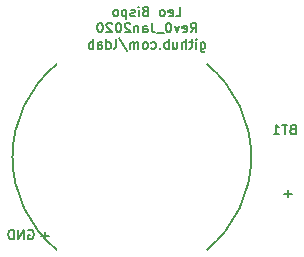
<source format=gbr>
G04 #@! TF.GenerationSoftware,KiCad,Pcbnew,(5.1.4)-1*
G04 #@! TF.CreationDate,2020-01-29T15:42:18+01:00*
G04 #@! TF.ProjectId,BLE-node,424c452d-6e6f-4646-952e-6b696361645f,rev?*
G04 #@! TF.SameCoordinates,Original*
G04 #@! TF.FileFunction,Legend,Bot*
G04 #@! TF.FilePolarity,Positive*
%FSLAX46Y46*%
G04 Gerber Fmt 4.6, Leading zero omitted, Abs format (unit mm)*
G04 Created by KiCad (PCBNEW (5.1.4)-1) date 2020-01-29 15:42:18*
%MOMM*%
%LPD*%
G04 APERTURE LIST*
%ADD10C,0.152400*%
G04 APERTURE END LIST*
D10*
X131978400Y-74942095D02*
X132365447Y-74942095D01*
X132365447Y-74129295D01*
X131397828Y-74903390D02*
X131475238Y-74942095D01*
X131630057Y-74942095D01*
X131707466Y-74903390D01*
X131746171Y-74825980D01*
X131746171Y-74516342D01*
X131707466Y-74438933D01*
X131630057Y-74400228D01*
X131475238Y-74400228D01*
X131397828Y-74438933D01*
X131359123Y-74516342D01*
X131359123Y-74593752D01*
X131746171Y-74671161D01*
X130894666Y-74942095D02*
X130972076Y-74903390D01*
X131010780Y-74864685D01*
X131049485Y-74787276D01*
X131049485Y-74555047D01*
X131010780Y-74477638D01*
X130972076Y-74438933D01*
X130894666Y-74400228D01*
X130778552Y-74400228D01*
X130701142Y-74438933D01*
X130662438Y-74477638D01*
X130623733Y-74555047D01*
X130623733Y-74787276D01*
X130662438Y-74864685D01*
X130701142Y-74903390D01*
X130778552Y-74942095D01*
X130894666Y-74942095D01*
X129385180Y-74516342D02*
X129269066Y-74555047D01*
X129230361Y-74593752D01*
X129191657Y-74671161D01*
X129191657Y-74787276D01*
X129230361Y-74864685D01*
X129269066Y-74903390D01*
X129346476Y-74942095D01*
X129656114Y-74942095D01*
X129656114Y-74129295D01*
X129385180Y-74129295D01*
X129307771Y-74168000D01*
X129269066Y-74206704D01*
X129230361Y-74284114D01*
X129230361Y-74361523D01*
X129269066Y-74438933D01*
X129307771Y-74477638D01*
X129385180Y-74516342D01*
X129656114Y-74516342D01*
X128843314Y-74942095D02*
X128843314Y-74400228D01*
X128843314Y-74129295D02*
X128882019Y-74168000D01*
X128843314Y-74206704D01*
X128804609Y-74168000D01*
X128843314Y-74129295D01*
X128843314Y-74206704D01*
X128494971Y-74903390D02*
X128417561Y-74942095D01*
X128262742Y-74942095D01*
X128185333Y-74903390D01*
X128146628Y-74825980D01*
X128146628Y-74787276D01*
X128185333Y-74709866D01*
X128262742Y-74671161D01*
X128378857Y-74671161D01*
X128456266Y-74632457D01*
X128494971Y-74555047D01*
X128494971Y-74516342D01*
X128456266Y-74438933D01*
X128378857Y-74400228D01*
X128262742Y-74400228D01*
X128185333Y-74438933D01*
X127798285Y-74400228D02*
X127798285Y-75213028D01*
X127798285Y-74438933D02*
X127720876Y-74400228D01*
X127566057Y-74400228D01*
X127488647Y-74438933D01*
X127449942Y-74477638D01*
X127411238Y-74555047D01*
X127411238Y-74787276D01*
X127449942Y-74864685D01*
X127488647Y-74903390D01*
X127566057Y-74942095D01*
X127720876Y-74942095D01*
X127798285Y-74903390D01*
X126946780Y-74942095D02*
X127024190Y-74903390D01*
X127062895Y-74864685D01*
X127101600Y-74787276D01*
X127101600Y-74555047D01*
X127062895Y-74477638D01*
X127024190Y-74438933D01*
X126946780Y-74400228D01*
X126830666Y-74400228D01*
X126753257Y-74438933D01*
X126714552Y-74477638D01*
X126675847Y-74555047D01*
X126675847Y-74787276D01*
X126714552Y-74864685D01*
X126753257Y-74903390D01*
X126830666Y-74942095D01*
X126946780Y-74942095D01*
X133236304Y-76313695D02*
X133507238Y-75926647D01*
X133700761Y-76313695D02*
X133700761Y-75500895D01*
X133391123Y-75500895D01*
X133313714Y-75539600D01*
X133275009Y-75578304D01*
X133236304Y-75655714D01*
X133236304Y-75771828D01*
X133275009Y-75849238D01*
X133313714Y-75887942D01*
X133391123Y-75926647D01*
X133700761Y-75926647D01*
X132578323Y-76274990D02*
X132655733Y-76313695D01*
X132810552Y-76313695D01*
X132887961Y-76274990D01*
X132926666Y-76197580D01*
X132926666Y-75887942D01*
X132887961Y-75810533D01*
X132810552Y-75771828D01*
X132655733Y-75771828D01*
X132578323Y-75810533D01*
X132539619Y-75887942D01*
X132539619Y-75965352D01*
X132926666Y-76042761D01*
X132268685Y-75771828D02*
X132075161Y-76313695D01*
X131881638Y-75771828D01*
X131417180Y-75500895D02*
X131339771Y-75500895D01*
X131262361Y-75539600D01*
X131223657Y-75578304D01*
X131184952Y-75655714D01*
X131146247Y-75810533D01*
X131146247Y-76004057D01*
X131184952Y-76158876D01*
X131223657Y-76236285D01*
X131262361Y-76274990D01*
X131339771Y-76313695D01*
X131417180Y-76313695D01*
X131494590Y-76274990D01*
X131533295Y-76236285D01*
X131572000Y-76158876D01*
X131610704Y-76004057D01*
X131610704Y-75810533D01*
X131572000Y-75655714D01*
X131533295Y-75578304D01*
X131494590Y-75539600D01*
X131417180Y-75500895D01*
X130991428Y-76391104D02*
X130372152Y-76391104D01*
X129946400Y-75500895D02*
X129946400Y-76081466D01*
X129985104Y-76197580D01*
X130062514Y-76274990D01*
X130178628Y-76313695D01*
X130256038Y-76313695D01*
X129211009Y-76313695D02*
X129211009Y-75887942D01*
X129249714Y-75810533D01*
X129327123Y-75771828D01*
X129481942Y-75771828D01*
X129559352Y-75810533D01*
X129211009Y-76274990D02*
X129288419Y-76313695D01*
X129481942Y-76313695D01*
X129559352Y-76274990D01*
X129598057Y-76197580D01*
X129598057Y-76120171D01*
X129559352Y-76042761D01*
X129481942Y-76004057D01*
X129288419Y-76004057D01*
X129211009Y-75965352D01*
X128823961Y-75771828D02*
X128823961Y-76313695D01*
X128823961Y-75849238D02*
X128785257Y-75810533D01*
X128707847Y-75771828D01*
X128591733Y-75771828D01*
X128514323Y-75810533D01*
X128475619Y-75887942D01*
X128475619Y-76313695D01*
X128127276Y-75578304D02*
X128088571Y-75539600D01*
X128011161Y-75500895D01*
X127817638Y-75500895D01*
X127740228Y-75539600D01*
X127701523Y-75578304D01*
X127662819Y-75655714D01*
X127662819Y-75733123D01*
X127701523Y-75849238D01*
X128165980Y-76313695D01*
X127662819Y-76313695D01*
X127159657Y-75500895D02*
X127082247Y-75500895D01*
X127004838Y-75539600D01*
X126966133Y-75578304D01*
X126927428Y-75655714D01*
X126888723Y-75810533D01*
X126888723Y-76004057D01*
X126927428Y-76158876D01*
X126966133Y-76236285D01*
X127004838Y-76274990D01*
X127082247Y-76313695D01*
X127159657Y-76313695D01*
X127237066Y-76274990D01*
X127275771Y-76236285D01*
X127314476Y-76158876D01*
X127353180Y-76004057D01*
X127353180Y-75810533D01*
X127314476Y-75655714D01*
X127275771Y-75578304D01*
X127237066Y-75539600D01*
X127159657Y-75500895D01*
X126579085Y-75578304D02*
X126540380Y-75539600D01*
X126462971Y-75500895D01*
X126269447Y-75500895D01*
X126192038Y-75539600D01*
X126153333Y-75578304D01*
X126114628Y-75655714D01*
X126114628Y-75733123D01*
X126153333Y-75849238D01*
X126617790Y-76313695D01*
X126114628Y-76313695D01*
X125611466Y-75500895D02*
X125534057Y-75500895D01*
X125456647Y-75539600D01*
X125417942Y-75578304D01*
X125379238Y-75655714D01*
X125340533Y-75810533D01*
X125340533Y-76004057D01*
X125379238Y-76158876D01*
X125417942Y-76236285D01*
X125456647Y-76274990D01*
X125534057Y-76313695D01*
X125611466Y-76313695D01*
X125688876Y-76274990D01*
X125727580Y-76236285D01*
X125766285Y-76158876D01*
X125804990Y-76004057D01*
X125804990Y-75810533D01*
X125766285Y-75655714D01*
X125727580Y-75578304D01*
X125688876Y-75539600D01*
X125611466Y-75500895D01*
X134087809Y-77143428D02*
X134087809Y-77801409D01*
X134126514Y-77878819D01*
X134165219Y-77917523D01*
X134242628Y-77956228D01*
X134358742Y-77956228D01*
X134436152Y-77917523D01*
X134087809Y-77646590D02*
X134165219Y-77685295D01*
X134320038Y-77685295D01*
X134397447Y-77646590D01*
X134436152Y-77607885D01*
X134474857Y-77530476D01*
X134474857Y-77298247D01*
X134436152Y-77220838D01*
X134397447Y-77182133D01*
X134320038Y-77143428D01*
X134165219Y-77143428D01*
X134087809Y-77182133D01*
X133700761Y-77685295D02*
X133700761Y-77143428D01*
X133700761Y-76872495D02*
X133739466Y-76911200D01*
X133700761Y-76949904D01*
X133662057Y-76911200D01*
X133700761Y-76872495D01*
X133700761Y-76949904D01*
X133429828Y-77143428D02*
X133120190Y-77143428D01*
X133313714Y-76872495D02*
X133313714Y-77569180D01*
X133275009Y-77646590D01*
X133197600Y-77685295D01*
X133120190Y-77685295D01*
X132849257Y-77685295D02*
X132849257Y-76872495D01*
X132500914Y-77685295D02*
X132500914Y-77259542D01*
X132539619Y-77182133D01*
X132617028Y-77143428D01*
X132733142Y-77143428D01*
X132810552Y-77182133D01*
X132849257Y-77220838D01*
X131765523Y-77143428D02*
X131765523Y-77685295D01*
X132113866Y-77143428D02*
X132113866Y-77569180D01*
X132075161Y-77646590D01*
X131997752Y-77685295D01*
X131881638Y-77685295D01*
X131804228Y-77646590D01*
X131765523Y-77607885D01*
X131378476Y-77685295D02*
X131378476Y-76872495D01*
X131378476Y-77182133D02*
X131301066Y-77143428D01*
X131146247Y-77143428D01*
X131068838Y-77182133D01*
X131030133Y-77220838D01*
X130991428Y-77298247D01*
X130991428Y-77530476D01*
X131030133Y-77607885D01*
X131068838Y-77646590D01*
X131146247Y-77685295D01*
X131301066Y-77685295D01*
X131378476Y-77646590D01*
X130643085Y-77607885D02*
X130604380Y-77646590D01*
X130643085Y-77685295D01*
X130681790Y-77646590D01*
X130643085Y-77607885D01*
X130643085Y-77685295D01*
X129907695Y-77646590D02*
X129985104Y-77685295D01*
X130139923Y-77685295D01*
X130217333Y-77646590D01*
X130256038Y-77607885D01*
X130294742Y-77530476D01*
X130294742Y-77298247D01*
X130256038Y-77220838D01*
X130217333Y-77182133D01*
X130139923Y-77143428D01*
X129985104Y-77143428D01*
X129907695Y-77182133D01*
X129443238Y-77685295D02*
X129520647Y-77646590D01*
X129559352Y-77607885D01*
X129598057Y-77530476D01*
X129598057Y-77298247D01*
X129559352Y-77220838D01*
X129520647Y-77182133D01*
X129443238Y-77143428D01*
X129327123Y-77143428D01*
X129249714Y-77182133D01*
X129211009Y-77220838D01*
X129172304Y-77298247D01*
X129172304Y-77530476D01*
X129211009Y-77607885D01*
X129249714Y-77646590D01*
X129327123Y-77685295D01*
X129443238Y-77685295D01*
X128823961Y-77685295D02*
X128823961Y-77143428D01*
X128823961Y-77220838D02*
X128785257Y-77182133D01*
X128707847Y-77143428D01*
X128591733Y-77143428D01*
X128514323Y-77182133D01*
X128475619Y-77259542D01*
X128475619Y-77685295D01*
X128475619Y-77259542D02*
X128436914Y-77182133D01*
X128359504Y-77143428D01*
X128243390Y-77143428D01*
X128165980Y-77182133D01*
X128127276Y-77259542D01*
X128127276Y-77685295D01*
X127159657Y-76833790D02*
X127856342Y-77878819D01*
X126772609Y-77685295D02*
X126850019Y-77646590D01*
X126888723Y-77569180D01*
X126888723Y-76872495D01*
X126114628Y-77685295D02*
X126114628Y-76872495D01*
X126114628Y-77646590D02*
X126192038Y-77685295D01*
X126346857Y-77685295D01*
X126424266Y-77646590D01*
X126462971Y-77607885D01*
X126501676Y-77530476D01*
X126501676Y-77298247D01*
X126462971Y-77220838D01*
X126424266Y-77182133D01*
X126346857Y-77143428D01*
X126192038Y-77143428D01*
X126114628Y-77182133D01*
X125379238Y-77685295D02*
X125379238Y-77259542D01*
X125417942Y-77182133D01*
X125495352Y-77143428D01*
X125650171Y-77143428D01*
X125727580Y-77182133D01*
X125379238Y-77646590D02*
X125456647Y-77685295D01*
X125650171Y-77685295D01*
X125727580Y-77646590D01*
X125766285Y-77569180D01*
X125766285Y-77491771D01*
X125727580Y-77414361D01*
X125650171Y-77375657D01*
X125456647Y-77375657D01*
X125379238Y-77336952D01*
X124992190Y-77685295D02*
X124992190Y-76872495D01*
X124992190Y-77182133D02*
X124914780Y-77143428D01*
X124759961Y-77143428D01*
X124682552Y-77182133D01*
X124643847Y-77220838D01*
X124605142Y-77298247D01*
X124605142Y-77530476D01*
X124643847Y-77607885D01*
X124682552Y-77646590D01*
X124759961Y-77685295D01*
X124914780Y-77685295D01*
X124992190Y-77646590D01*
X121213638Y-93530057D02*
X120594361Y-93530057D01*
X120904000Y-93839695D02*
X120904000Y-93220419D01*
X119491276Y-93065600D02*
X119568685Y-93026895D01*
X119684800Y-93026895D01*
X119800914Y-93065600D01*
X119878323Y-93143009D01*
X119917028Y-93220419D01*
X119955733Y-93375238D01*
X119955733Y-93491352D01*
X119917028Y-93646171D01*
X119878323Y-93723580D01*
X119800914Y-93800990D01*
X119684800Y-93839695D01*
X119607390Y-93839695D01*
X119491276Y-93800990D01*
X119452571Y-93762285D01*
X119452571Y-93491352D01*
X119607390Y-93491352D01*
X119104228Y-93839695D02*
X119104228Y-93026895D01*
X118639771Y-93839695D01*
X118639771Y-93026895D01*
X118252723Y-93839695D02*
X118252723Y-93026895D01*
X118059200Y-93026895D01*
X117943085Y-93065600D01*
X117865676Y-93143009D01*
X117826971Y-93220419D01*
X117788266Y-93375238D01*
X117788266Y-93491352D01*
X117826971Y-93646171D01*
X117865676Y-93723580D01*
X117943085Y-93800990D01*
X118059200Y-93839695D01*
X118252723Y-93839695D01*
X134608280Y-94727467D02*
G75*
G03X134620000Y-79018000I-6338280J7859467D01*
G01*
X121920000Y-78994000D02*
G75*
G03X121920000Y-94742000I6350000J-7874000D01*
G01*
X141862628Y-84523942D02*
X141746514Y-84562647D01*
X141707809Y-84601352D01*
X141669104Y-84678761D01*
X141669104Y-84794876D01*
X141707809Y-84872285D01*
X141746514Y-84910990D01*
X141823923Y-84949695D01*
X142133561Y-84949695D01*
X142133561Y-84136895D01*
X141862628Y-84136895D01*
X141785219Y-84175600D01*
X141746514Y-84214304D01*
X141707809Y-84291714D01*
X141707809Y-84369123D01*
X141746514Y-84446533D01*
X141785219Y-84485238D01*
X141862628Y-84523942D01*
X142133561Y-84523942D01*
X141436876Y-84136895D02*
X140972419Y-84136895D01*
X141204647Y-84949695D02*
X141204647Y-84136895D01*
X140275733Y-84949695D02*
X140740190Y-84949695D01*
X140507961Y-84949695D02*
X140507961Y-84136895D01*
X140585371Y-84253009D01*
X140662780Y-84330419D01*
X140740190Y-84369123D01*
X141787638Y-89974057D02*
X141168361Y-89974057D01*
X141478000Y-90283695D02*
X141478000Y-89664419D01*
M02*

</source>
